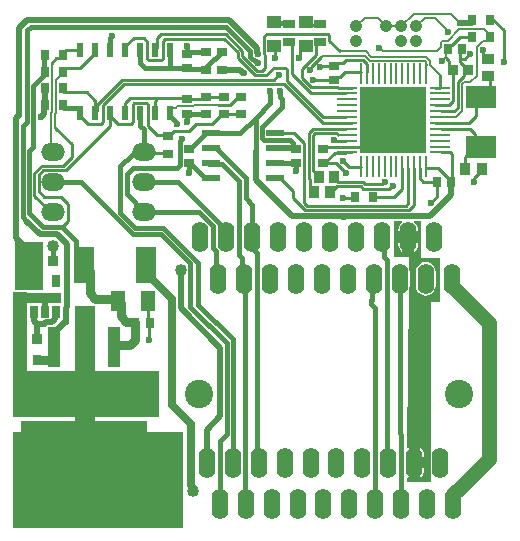
<source format=gtl>
G04*
G04 #@! TF.GenerationSoftware,Altium Limited,Altium Designer,21.0.8 (223)*
G04*
G04 Layer_Physical_Order=1*
G04 Layer_Color=255*
%FSLAX25Y25*%
%MOIN*%
G70*
G04*
G04 #@! TF.SameCoordinates,3B633D02-0EC4-4577-A0D3-F38BB98637A7*
G04*
G04*
G04 #@! TF.FilePolarity,Positive*
G04*
G01*
G75*
%ADD11C,0.01000*%
%ADD15O,0.03937X0.00984*%
%ADD16O,0.00984X0.03937*%
%ADD17R,0.22047X0.22047*%
%ADD18R,0.02559X0.03543*%
%ADD19R,0.03543X0.02953*%
%ADD20O,0.00984X0.06102*%
%ADD21O,0.06102X0.00984*%
%ADD22R,0.02953X0.03543*%
%ADD23R,0.10236X0.07480*%
%ADD24R,0.03543X0.04134*%
%ADD25R,0.03174X0.03379*%
%ADD26R,0.04134X0.03740*%
%ADD27R,0.03740X0.04134*%
%ADD28R,0.03543X0.02559*%
%ADD29R,0.04724X0.04331*%
%ADD30R,0.03937X0.03150*%
%ADD31R,0.06102X0.02362*%
%ADD32R,0.02598X0.03937*%
%ADD33R,0.07008X0.12402*%
%ADD34R,0.02284X0.04646*%
%ADD35R,0.04545X0.06717*%
%ADD36R,0.42126X0.33858*%
%ADD37R,0.03937X0.13386*%
%ADD65C,0.02000*%
%ADD66C,0.00800*%
%ADD67C,0.00500*%
%ADD68C,0.01500*%
%ADD69C,0.03000*%
%ADD70C,0.02500*%
%ADD71C,0.00700*%
%ADD72C,0.05000*%
%ADD73R,0.49000X0.15500*%
%ADD74R,0.04615X0.29200*%
%ADD75R,0.15707X0.03778*%
%ADD76R,0.09500X0.16000*%
%ADD77R,0.06500X0.44700*%
%ADD78R,0.56900X0.32100*%
%ADD79C,0.04134*%
%ADD80O,0.07874X0.05906*%
%ADD81O,0.05512X0.10236*%
%ADD82C,0.09449*%
%ADD83C,0.02362*%
%ADD84C,0.01968*%
%ADD85C,0.04000*%
%ADD86C,0.03937*%
G36*
X346300Y308800D02*
X352400D01*
Y294200D01*
X349400D01*
Y242946D01*
X349396Y242914D01*
Y238190D01*
X349400Y238158D01*
Y234200D01*
X341756D01*
X341404Y234555D01*
X341413Y235454D01*
X341916Y235699D01*
X342050Y235596D01*
Y240552D01*
Y245508D01*
X342021Y245485D01*
X341523Y245734D01*
X342083Y298091D01*
X342318Y298658D01*
X342430Y299508D01*
Y304232D01*
X342318Y305082D01*
X342162Y305459D01*
X342196Y308600D01*
X342200Y309000D01*
X342200Y309100D01*
X341740Y309100D01*
X337200D01*
Y321200D01*
X339886D01*
X340056Y320700D01*
X339580Y320334D01*
X339058Y319654D01*
X338730Y318862D01*
X338618Y318012D01*
Y317618D01*
X341902D01*
X345186D01*
Y318012D01*
X345074Y318862D01*
X344746Y319654D01*
X344224Y320334D01*
X343748Y320700D01*
X343918Y321200D01*
X346300D01*
Y308800D01*
D02*
G37*
%LPC*%
G36*
X345186Y313682D02*
X343871D01*
Y310694D01*
X344224Y310966D01*
X344746Y311646D01*
X345074Y312438D01*
X345186Y313288D01*
Y313682D01*
D02*
G37*
G36*
X339934D02*
X338618D01*
Y313288D01*
X338730Y312438D01*
X339058Y311646D01*
X339580Y310966D01*
X339934Y310694D01*
Y313682D01*
D02*
G37*
G36*
X347807Y307516D02*
X346957Y307404D01*
X346165Y307076D01*
X345485Y306554D01*
X344963Y305874D01*
X344635Y305082D01*
X344523Y304232D01*
Y299508D01*
X344635Y298658D01*
X344963Y297866D01*
X345485Y297186D01*
X346165Y296664D01*
X346957Y296336D01*
X347807Y296224D01*
X348657Y296336D01*
X349449Y296664D01*
X350129Y297186D01*
X350651Y297866D01*
X350979Y298658D01*
X351091Y299508D01*
Y304232D01*
X350979Y305082D01*
X350651Y305874D01*
X350129Y306554D01*
X349449Y307076D01*
X348657Y307404D01*
X347807Y307516D01*
D02*
G37*
G36*
X345987Y245508D02*
Y242520D01*
X347302D01*
Y242914D01*
X347190Y243764D01*
X346862Y244556D01*
X346340Y245236D01*
X345987Y245508D01*
D02*
G37*
G36*
X347302Y238583D02*
X345987D01*
Y235596D01*
X346340Y235868D01*
X346862Y236548D01*
X347190Y237340D01*
X347302Y238190D01*
Y238583D01*
D02*
G37*
%LPD*%
D11*
X362297Y376598D02*
X362665D01*
X359262Y375079D02*
X360777D01*
X362297Y376598D01*
X366938Y376424D02*
Y378129D01*
Y376424D02*
X368308Y375054D01*
X368500D01*
X326823Y374632D02*
X328173Y373281D01*
X321072Y374632D02*
X326823D01*
X320279Y373839D02*
X321072Y374632D01*
X315669Y381084D02*
X319152Y377600D01*
X315669Y381084D02*
Y382914D01*
X294793Y383500D02*
X315083D01*
X315669Y382914D01*
X279991Y362553D02*
X280455D01*
X258186Y362023D02*
X267802D01*
X310160Y368145D02*
X317292D01*
X306600Y368621D02*
X309621Y365600D01*
X306600Y368621D02*
Y371721D01*
X310153Y368153D02*
X310160Y368145D01*
X309621Y365600D02*
X318602D01*
X309508Y363592D02*
X321185D01*
X303139Y369961D02*
Y380061D01*
Y369961D02*
X309508Y363592D01*
X317292Y368145D02*
X317300Y368138D01*
X293938Y382645D02*
X294793Y383500D01*
X293938Y376687D02*
X294207Y376417D01*
Y372055D02*
Y376417D01*
X293938Y376687D02*
Y382645D01*
X293352Y371200D02*
X294207Y372055D01*
X290900Y369700D02*
X294559D01*
X291521Y371200D02*
X293352D01*
X294559Y369700D02*
X297059Y372200D01*
X300853D01*
X285100Y375500D02*
X290900Y369700D01*
X301439Y367888D02*
Y371614D01*
X300853Y372200D02*
X301439Y371614D01*
X297085Y368200D02*
X298481Y369597D01*
X298850D01*
X246600Y368200D02*
X297085D01*
X306600Y371721D02*
X311231Y376353D01*
Y379672D01*
X301439Y367888D02*
X313610Y355718D01*
X309513Y371550D02*
Y372513D01*
X312800Y375800D01*
X309252Y371289D02*
X309513Y371550D01*
X332701Y350403D02*
X337032Y354734D01*
X317418Y372685D02*
X318572Y373839D01*
X320279D01*
X328173Y370580D02*
Y373281D01*
X285100Y375500D02*
Y377279D01*
X286700Y376021D02*
Y377800D01*
Y376021D02*
X291521Y371200D01*
X302800Y380400D02*
X303139Y380061D01*
X313457Y353750D02*
X323252D01*
X247221Y366700D02*
X300506D01*
X313457Y353750D01*
X313610Y355718D02*
X321185D01*
X318642Y365561D02*
X323252D01*
X318602Y365600D02*
X318642Y365561D01*
X312770Y372685D02*
X317418D01*
X312592Y372508D02*
X312770Y372685D01*
X323461Y370580D02*
X326205D01*
X320718D02*
X323461D01*
X320284Y341084D02*
X322206Y339162D01*
X317288Y348100D02*
X317536Y347852D01*
X321177D01*
X352600Y365889D02*
Y369700D01*
X356929Y361006D02*
Y371240D01*
X355448Y372721D02*
X356929Y371240D01*
X356617Y335117D02*
Y343321D01*
X352878Y343907D02*
X356031D01*
X356617Y343321D01*
X356146Y334646D02*
X356617Y335117D01*
X351904Y338887D02*
X356362Y334429D01*
X347858Y338887D02*
X351904D01*
X304000Y350400D02*
X306704Y347696D01*
Y347621D02*
Y347696D01*
X240200Y359679D02*
X247221Y366700D01*
X255323Y287200D02*
Y294500D01*
Y287200D02*
X255591Y286933D01*
Y281591D02*
Y286933D01*
X255457Y281457D02*
X255591Y281591D01*
X320302Y328581D02*
X323468D01*
X323528Y328481D02*
X324247Y329201D01*
X323468Y328581D02*
X323528Y328521D01*
Y328481D02*
Y328521D01*
X313895Y340338D02*
X317946D01*
X313600D02*
X313895D01*
X303624Y328612D02*
X307507Y324729D01*
X308128Y326229D02*
X341196D01*
X307507Y324729D02*
X342183D01*
X317946Y340338D02*
X319497Y338787D01*
X319524D01*
X320129Y338181D01*
Y338084D02*
Y338181D01*
Y338084D02*
X321196Y337017D01*
X307272Y327086D02*
Y347053D01*
Y327086D02*
X308128Y326229D01*
X310272Y349695D02*
X310858Y350281D01*
X310236Y351781D02*
X321185D01*
X310272Y337766D02*
Y349695D01*
X309271Y332072D02*
X310542Y330800D01*
X310858Y350281D02*
X318173D01*
X309271Y332072D02*
Y334897D01*
X308772Y335396D02*
Y350317D01*
X310236Y351781D01*
X308772Y335396D02*
X309271Y334897D01*
X310272Y337766D02*
X312042Y335995D01*
Y335700D02*
Y335995D01*
X306704Y347621D02*
X307272Y347053D01*
X354538Y375247D02*
Y375784D01*
X355138Y378434D02*
Y378695D01*
X359333Y382533D02*
X363347D01*
X356472Y379672D02*
X359333Y382533D01*
X355138Y378695D02*
X356114Y379672D01*
X356472D01*
X349400Y327000D02*
X351638Y329238D01*
Y334134D01*
X366600Y338137D02*
Y338334D01*
X364006Y335543D02*
X366600Y338137D01*
X364006Y334461D02*
Y335543D01*
X363746Y334200D02*
X364006Y334461D01*
X342183Y324729D02*
X343900Y326446D01*
X341196Y326229D02*
X341953Y326986D01*
Y338887D01*
X303624Y328612D02*
Y331106D01*
X343900Y326446D02*
Y336323D01*
X317300Y368138D02*
X318276Y369114D01*
X319251D01*
X320718Y370580D01*
X318629Y334133D02*
X326773D01*
X333268Y333393D02*
X333949Y334074D01*
X326773Y334133D02*
X327514Y333393D01*
X326892Y331893D02*
X335658D01*
X317257Y331729D02*
X318161Y332633D01*
X326152D01*
X317115Y335647D02*
X318629Y334133D01*
X327514Y333393D02*
X333268D01*
X326152Y332633D02*
X326892Y331893D01*
X317257Y331434D02*
Y331729D01*
X337372Y329000D02*
X339984Y331612D01*
X331334Y329000D02*
X337372D01*
X339984Y331612D02*
Y338887D01*
X336454Y332690D02*
X336823D01*
X335658Y331893D02*
X336454Y332690D01*
X333949Y334074D02*
X334318D01*
X347850Y373131D02*
Y373289D01*
X321185Y345876D02*
X323252D01*
X313787D02*
X321185D01*
X322206Y339162D02*
X326197D01*
X321185Y343907D02*
X323252D01*
X317457Y343899D02*
X321177D01*
X313895Y340338D02*
X317457Y343899D01*
X321177Y347852D02*
X321185Y347844D01*
X313700Y341238D02*
X313995D01*
X313700Y345962D02*
X313787Y345876D01*
X343900Y336323D02*
X343921Y336344D01*
Y338887D01*
X352272Y365561D02*
X352600Y365889D01*
X350811Y365561D02*
X352272D01*
X369353Y389142D02*
X373819Y384676D01*
Y374200D02*
Y384676D01*
X299330Y335400D02*
X303624Y331106D01*
X369300Y365739D02*
Y370051D01*
X362183Y353750D02*
X364400Y355967D01*
X366060Y362498D02*
X369300Y365739D01*
X364400Y355967D02*
Y362498D01*
X366000D02*
X366060D01*
X354538Y375247D02*
X355448Y374337D01*
X358429Y358887D02*
Y367321D01*
X357229Y357687D02*
X358429Y358887D01*
X355579Y359655D02*
X356929Y361006D01*
X352878Y359655D02*
X355579D01*
X356362Y334134D02*
Y334429D01*
X345898Y335236D02*
Y338879D01*
Y335236D02*
X347000Y334134D01*
X351638D01*
X355448Y372721D02*
Y374337D01*
X359262Y373939D02*
X361465Y371737D01*
X359262Y375079D02*
Y378434D01*
Y373939D02*
Y375079D01*
X361465Y371634D02*
Y371737D01*
X360578Y370747D02*
X361465Y371634D01*
X360578Y369470D02*
Y370747D01*
X352878Y357687D02*
X357229D01*
X358429Y367321D02*
X360578Y369470D01*
X350811Y353750D02*
X362183D01*
X318173Y350281D02*
X318634Y349820D01*
X312306Y380747D02*
X312700D01*
X350811Y359655D02*
X352878D01*
X328173Y345876D02*
X332701Y350403D01*
X345890Y338887D02*
X345898Y338879D01*
X321177Y343899D02*
X321185Y343907D01*
X323252Y345876D02*
X328173D01*
X360891Y342294D02*
X364131Y345534D01*
X364400D01*
X360891Y338334D02*
Y342294D01*
X364360Y345574D02*
Y349917D01*
Y345574D02*
X364400Y345534D01*
X352878Y351781D02*
X362495D01*
X364360Y349917D01*
X369253Y388742D02*
Y389234D01*
X311231Y379672D02*
X312306Y380747D01*
X305519Y375381D02*
Y375750D01*
X305967Y376198D01*
Y377633D01*
X307400Y379066D01*
X238242Y359842D02*
X246600Y368200D01*
X308500Y387534D02*
X309581Y386453D01*
X313500D01*
X297497Y379066D02*
X297503Y379060D01*
Y375300D02*
Y379060D01*
X297460Y335400D02*
X299330D01*
X297460Y350400D02*
X304000D01*
X227279Y364028D02*
X234772D01*
X237600Y361200D01*
Y357200D02*
Y361200D01*
X274512Y362553D02*
X279991D01*
X273092Y361624D02*
X274020Y362553D01*
X274512D01*
X268200Y361624D02*
X273092D01*
X279991Y362089D02*
X280455Y362553D01*
X282508Y359600D02*
X285309Y362400D01*
X278400Y359600D02*
X282508D01*
X285309Y362400D02*
X285801D01*
X280455Y356647D02*
X286201D01*
X279790D02*
X280455D01*
X276441Y353298D02*
X279790Y356647D01*
X271302Y353298D02*
X276441D01*
X257787Y362023D02*
X258186D01*
X224606Y375406D02*
X226021D01*
Y376126D02*
X228039Y378145D01*
X226021Y375406D02*
Y376126D01*
X223100Y373900D02*
X224606Y375406D01*
X262492Y349406D02*
X263272Y350185D01*
Y350414D02*
X263858Y351000D01*
X262000Y349406D02*
X262492D01*
X269003Y351000D02*
X271302Y353298D01*
X263858Y351000D02*
X269003D01*
X263272Y350185D02*
Y350414D01*
X255200Y352675D02*
X258200Y349675D01*
X261731D02*
X262000Y349406D01*
X258200Y349675D02*
X261731D01*
X254077Y343744D02*
X261756D01*
X262000Y343500D01*
X253833Y343988D02*
X254077Y343744D01*
X267802Y362023D02*
X268200Y361624D01*
X250686Y360523D02*
X254614D01*
X255200Y352675D02*
Y359937D01*
X254614Y360523D02*
X255200Y359937D01*
X245105Y353514D02*
X249514D01*
X250100Y354100D01*
Y359937D01*
X250686Y360523D01*
X242600Y355800D02*
X242819D01*
X242600Y352700D02*
Y355800D01*
X242819D02*
X245105Y353514D01*
X247600Y360470D02*
X249153Y362023D01*
X257787D02*
X258186Y361624D01*
X249153Y362023D02*
X257787D01*
X260800Y381700D02*
X280679D01*
X259500Y383400D02*
X281100D01*
X286700Y377800D01*
X280679Y381700D02*
X285100Y377279D01*
X258242Y378786D02*
Y382142D01*
X259500Y383400D01*
X257600Y378145D02*
X258242Y378786D01*
X260200Y375186D02*
Y381100D01*
X260800Y381700D01*
X259614Y374600D02*
X260200Y375186D01*
X255586Y374600D02*
X259614D01*
X255000Y375186D02*
Y380900D01*
Y375186D02*
X255586Y374600D01*
X250374Y382100D02*
X253800D01*
X255000Y380900D01*
X247600Y378145D02*
Y379326D01*
X250374Y382100D01*
X238242Y357842D02*
Y359842D01*
X226500Y364808D02*
X227279Y364028D01*
X237600Y357200D02*
X238242Y357842D01*
X240200Y353986D02*
Y359679D01*
X239614Y353400D02*
X240200Y353986D01*
X232600Y356019D02*
X235219Y353400D01*
X239614D01*
X232600Y356019D02*
Y357200D01*
X217263Y329487D02*
Y337000D01*
X219400Y339453D02*
X226943D01*
X218763Y330937D02*
Y336379D01*
X217263Y337000D02*
X219400Y339137D01*
X220337Y337953D02*
X227853D01*
X218763Y336379D02*
X220337Y337953D01*
X219400Y339137D02*
Y339453D01*
X227853Y337953D02*
X242600Y352700D01*
X226943Y339453D02*
X229900Y342410D01*
X218763Y330937D02*
X220500Y329200D01*
X226100D01*
X229900Y342410D02*
Y346600D01*
X226100Y329200D02*
X228637Y326663D01*
Y320937D02*
Y326663D01*
X226700Y319000D02*
X228637Y320937D01*
X217263Y329487D02*
X222750Y324000D01*
X223700D01*
X224300Y352200D02*
X229900Y346600D01*
X223100Y344600D02*
X223700Y344000D01*
X247600Y357200D02*
Y360470D01*
X257600Y357200D02*
Y361039D01*
X258186Y361624D01*
X226653Y371192D02*
X227432Y371971D01*
X237600Y376964D02*
Y378145D01*
X232607Y371971D02*
X237600Y376964D01*
X227432Y371971D02*
X232607D01*
X228039Y378145D02*
X232600D01*
X217776Y306611D02*
X218600Y307800D01*
X217776Y306603D02*
Y306611D01*
X217160Y304221D02*
X217160Y304111D01*
D15*
X350811Y343907D02*
D03*
Y345876D02*
D03*
Y347844D02*
D03*
Y349813D02*
D03*
Y351781D02*
D03*
Y353750D02*
D03*
Y355718D02*
D03*
Y357687D02*
D03*
Y359655D02*
D03*
Y361624D02*
D03*
Y363592D02*
D03*
Y365561D02*
D03*
X323252D02*
D03*
Y363592D02*
D03*
Y361624D02*
D03*
Y359655D02*
D03*
Y357687D02*
D03*
Y355718D02*
D03*
Y353750D02*
D03*
Y351781D02*
D03*
Y349813D02*
D03*
Y347844D02*
D03*
Y345876D02*
D03*
Y343907D02*
D03*
D16*
X347858Y368513D02*
D03*
X345890D02*
D03*
X343921D02*
D03*
X341953D02*
D03*
X339984D02*
D03*
X338016D02*
D03*
X336047D02*
D03*
X334079D02*
D03*
X332110D02*
D03*
X330142D02*
D03*
X328173D02*
D03*
X326205D02*
D03*
Y340954D02*
D03*
X328173D02*
D03*
X330142D02*
D03*
X332110D02*
D03*
X334079D02*
D03*
X336047D02*
D03*
X338016D02*
D03*
X339984D02*
D03*
X341953D02*
D03*
X343921D02*
D03*
X345890D02*
D03*
X347858D02*
D03*
D17*
X337032Y354734D02*
D03*
D18*
X369253Y382533D02*
D03*
X363347D02*
D03*
Y387933D02*
D03*
X369253D02*
D03*
X226800Y359600D02*
D03*
X220895D02*
D03*
X226800Y365300D02*
D03*
X220895D02*
D03*
X226800Y370699D02*
D03*
X220895D02*
D03*
X226800Y376266D02*
D03*
X220895D02*
D03*
X330153Y329001D02*
D03*
X324247D02*
D03*
D19*
X313600Y340338D02*
D03*
Y345062D02*
D03*
X317300Y368138D02*
D03*
Y372862D02*
D03*
X304500Y340438D02*
D03*
Y345162D02*
D03*
X268900Y340438D02*
D03*
Y345162D02*
D03*
X268200Y376662D02*
D03*
Y371938D02*
D03*
Y356900D02*
D03*
Y361624D02*
D03*
D20*
X347858Y338887D02*
D03*
X345890D02*
D03*
X343921D02*
D03*
X341953D02*
D03*
X339984D02*
D03*
X338016D02*
D03*
X336047D02*
D03*
X334079D02*
D03*
X332110D02*
D03*
X330142D02*
D03*
X328173D02*
D03*
X326205D02*
D03*
Y370580D02*
D03*
X328173D02*
D03*
X330142D02*
D03*
X332110D02*
D03*
X334079D02*
D03*
X336047D02*
D03*
X338016D02*
D03*
X339984D02*
D03*
X341953D02*
D03*
X343921D02*
D03*
X345890D02*
D03*
X347858D02*
D03*
D21*
X321185Y343907D02*
D03*
Y345876D02*
D03*
Y347844D02*
D03*
Y349813D02*
D03*
Y351781D02*
D03*
Y353750D02*
D03*
Y355718D02*
D03*
Y357687D02*
D03*
Y359655D02*
D03*
Y361624D02*
D03*
Y363592D02*
D03*
Y365561D02*
D03*
X352878D02*
D03*
Y363592D02*
D03*
Y361624D02*
D03*
Y359655D02*
D03*
Y357687D02*
D03*
Y355718D02*
D03*
Y353750D02*
D03*
Y351781D02*
D03*
Y349813D02*
D03*
Y347844D02*
D03*
Y345876D02*
D03*
Y343907D02*
D03*
D22*
X356362Y334134D02*
D03*
X351638D02*
D03*
X355138Y378400D02*
D03*
X359862D02*
D03*
X255724Y287200D02*
D03*
X251000D02*
D03*
X213438Y274800D02*
D03*
X218162D02*
D03*
D23*
X366100Y362498D02*
D03*
Y345569D02*
D03*
D24*
X312042Y335700D02*
D03*
X317357D02*
D03*
X310542Y330800D02*
D03*
X315858D02*
D03*
D25*
X356929Y371240D02*
D03*
X361859D02*
D03*
X223530Y307800D02*
D03*
X218600D02*
D03*
X213335Y281600D02*
D03*
X218265D02*
D03*
D26*
X368500Y375054D02*
D03*
Y369346D02*
D03*
D27*
X366600Y338334D02*
D03*
X360891D02*
D03*
D28*
X280455Y356647D02*
D03*
Y362553D02*
D03*
X274512D02*
D03*
Y356647D02*
D03*
X274401Y371447D02*
D03*
Y377353D02*
D03*
X286201Y356647D02*
D03*
Y362553D02*
D03*
X279901Y371547D02*
D03*
Y377453D02*
D03*
X262000Y349406D02*
D03*
Y343500D02*
D03*
D29*
X307829Y379266D02*
D03*
Y387534D02*
D03*
X297300Y379266D02*
D03*
Y387534D02*
D03*
D30*
X312700Y386653D02*
D03*
Y380747D02*
D03*
X302171Y386653D02*
D03*
Y380747D02*
D03*
D31*
X276200Y335400D02*
D03*
X297460Y340400D02*
D03*
X276200Y350400D02*
D03*
X297460Y335400D02*
D03*
Y345400D02*
D03*
Y350400D02*
D03*
X276200Y345400D02*
D03*
Y340400D02*
D03*
D32*
X217160Y301018D02*
D03*
X224640D02*
D03*
Y290782D02*
D03*
X220900D02*
D03*
X217160D02*
D03*
D33*
X233905Y306300D02*
D03*
X254495D02*
D03*
D34*
X232600Y357200D02*
D03*
X237600D02*
D03*
X242600D02*
D03*
X247600D02*
D03*
X252600D02*
D03*
X257600D02*
D03*
X262600D02*
D03*
Y378145D02*
D03*
X257600D02*
D03*
X252600D02*
D03*
X247600D02*
D03*
X242600D02*
D03*
X237600D02*
D03*
X232600D02*
D03*
D35*
X245277Y294500D02*
D03*
X255323D02*
D03*
D36*
X234000Y237352D02*
D03*
D37*
Y279084D02*
D03*
X244000D02*
D03*
X224000D02*
D03*
D65*
X217776Y306603D02*
G03*
X217160Y304221I4301J-2382D01*
G01*
X224787Y316626D02*
X228100Y313313D01*
Y292350D02*
Y313313D01*
X227899Y292149D02*
X228100Y292350D01*
X227899Y287361D02*
Y292149D01*
X212143Y385489D02*
X214762Y388108D01*
X211263Y315240D02*
Y355418D01*
X212143Y356297D02*
Y385489D01*
X211263Y355418D02*
X212143Y356297D01*
X266086Y291914D02*
X279138Y278862D01*
X266086Y291914D02*
Y304797D01*
X320400Y322729D02*
X349329D01*
X303271D02*
X320400D01*
X285870Y371547D02*
X287036Y370381D01*
X287134D01*
X279901Y371547D02*
X285870D01*
X282330Y388108D02*
X291687Y378751D01*
Y376947D02*
Y378751D01*
Y376947D02*
X291757Y376878D01*
X291159Y334841D02*
Y344441D01*
Y334841D02*
X303271Y322729D01*
X297579Y345281D02*
X303478D01*
X304481D01*
X359300Y387100D02*
X359369Y387169D01*
X363068D02*
X363347Y387449D01*
X359369Y387169D02*
X363068D01*
X363347Y387449D02*
Y387933D01*
X220900Y290782D02*
Y294522D01*
X356362Y329762D02*
Y334134D01*
X349329Y322729D02*
X356362Y329762D01*
X214762Y388108D02*
X282330D01*
X219500Y355717D02*
X220615Y356832D01*
Y359320D01*
X219500Y355619D02*
Y355717D01*
X221312Y287313D02*
X223121D01*
X224341Y288534D01*
Y290483D02*
X224640Y290782D01*
X224341Y288534D02*
Y290483D01*
X220634Y286635D02*
X221312Y287313D01*
X220536Y286635D02*
X220634D01*
X218265D02*
X220634D01*
X227830Y287292D02*
X227899Y287361D01*
X227484Y287292D02*
X227830D01*
X224000Y283809D02*
X227484Y287292D01*
X224000Y279084D02*
Y283809D01*
X217300Y287600D02*
Y290642D01*
X217160Y290782D02*
X217300Y290642D01*
X218265Y281600D02*
Y286635D01*
X217300Y287600D02*
X218265Y286635D01*
X211263Y315240D02*
X218600Y307903D01*
X220615Y359320D02*
X220895Y359600D01*
Y365300D01*
X297460Y345400D02*
X297579Y345281D01*
X219287Y316626D02*
X224787D01*
X214687Y321226D02*
X219287Y316626D01*
X279138Y255938D02*
Y278862D01*
X274727Y240552D02*
Y251527D01*
X279138Y255938D01*
X217160Y301018D02*
Y304111D01*
X218600Y307800D02*
Y307903D01*
D66*
X364857Y369545D02*
Y378991D01*
X362550Y367239D02*
X364857Y369545D01*
X319152Y377600D02*
X327830D01*
X312900Y375900D02*
X313100Y376100D01*
X327830Y377600D02*
X329599Y375832D01*
X313100Y376100D02*
X327492D01*
X312800Y375800D02*
X312900Y375900D01*
X327492Y376100D02*
X329060Y374532D01*
X354269Y375516D02*
X354538Y375784D01*
X347858Y370580D02*
Y373131D01*
Y374063D01*
X332619Y378589D02*
X333508Y377700D01*
X332200Y378589D02*
X332619D01*
X353110Y374357D02*
X354269Y375516D01*
X349250Y373050D02*
Y374509D01*
X347928Y375832D02*
X349250Y374509D01*
X329599Y375832D02*
X347928D01*
X349250Y373050D02*
X352600Y369700D01*
X347390Y374532D02*
X347858Y374063D01*
X329060Y374532D02*
X347390D01*
X350844Y388862D02*
X355200Y384506D01*
Y384179D02*
Y384506D01*
X347462Y388862D02*
X350844D01*
X344700Y386100D02*
X347462Y388862D01*
X356238Y390162D02*
X359300Y387100D01*
X343762Y390162D02*
X356238D01*
X339700Y386100D02*
X343762Y390162D01*
X331938Y388862D02*
X334700Y386100D01*
X327462Y388862D02*
X331938D01*
X324700Y386100D02*
X327462Y388862D01*
X334700Y386100D02*
X339700D01*
X354538Y375784D02*
Y377505D01*
X352761Y378967D02*
Y380544D01*
X351495Y377700D02*
X352761Y378967D01*
X333508Y377700D02*
X351495D01*
X361509Y385019D02*
X361695Y385205D01*
X359028Y385019D02*
X361509D01*
X361695Y385205D02*
X367073D01*
X355081Y381072D02*
X359028Y385019D01*
X367073Y385205D02*
X369253Y383025D01*
X353289Y381072D02*
X355081D01*
X352761Y380544D02*
X353289Y381072D01*
X364857Y378991D02*
X367027Y381162D01*
X360568Y367239D02*
X362550D01*
X359982Y366653D02*
X360568Y367239D01*
X359982Y357751D02*
Y366653D01*
X367027Y381162D02*
X368373D01*
X368863Y381651D02*
Y381851D01*
X368373Y381162D02*
X368863Y381651D01*
X369253Y382533D02*
Y383025D01*
X352878Y355718D02*
X357949D01*
X359982Y357751D01*
X223100Y357482D02*
Y373900D01*
X222900Y357281D02*
X223100Y357482D01*
X224621Y357164D02*
Y368028D01*
X226653Y370060D01*
X224300Y356843D02*
X224621Y357164D01*
X226653Y370060D02*
Y371192D01*
X222900Y344800D02*
Y357281D01*
X224300Y352200D02*
Y356843D01*
X222900Y344800D02*
X223100Y344600D01*
D67*
X252400Y235000D02*
X258900D01*
X263500D01*
X232499Y235851D02*
X234000Y237352D01*
X258900Y235000D02*
X263500D01*
X250100D02*
X250900Y234200D01*
X245525Y241975D02*
X251550Y248000D01*
X250100Y235000D02*
X251400D01*
X258900D01*
X232499Y235851D02*
X234000Y237352D01*
X229789Y233141D02*
X234000Y237352D01*
X213250Y274700D02*
Y280500D01*
Y268700D02*
Y280500D01*
X247731Y268000D02*
X251531Y264200D01*
X252050D01*
X251600Y264650D02*
X252050Y264200D01*
X251600Y264650D02*
Y268000D01*
X246750Y267822D02*
X247553D01*
X247731Y268000D01*
X218903Y268522D02*
X219081Y268700D01*
X218100Y268522D02*
X218903D01*
X222950Y265350D02*
Y268700D01*
Y265350D02*
X223400Y264900D01*
X252400Y235000D02*
X263500D01*
X245525Y241975D02*
X251550Y248000D01*
X232499Y235851D02*
X234000Y237352D01*
X258900Y235000D02*
X263500D01*
X250100D02*
X250900Y234200D01*
X238550Y235000D02*
X251400D01*
X229789Y233141D02*
X234000Y237352D01*
X222881Y264900D02*
X223400D01*
X213050Y280700D02*
X213250Y280500D01*
X219081Y268700D02*
X222881Y264900D01*
X254813Y228000D02*
X258300D01*
X263500Y222800D01*
X252400Y233900D02*
Y234900D01*
X251400D02*
X252400Y233900D01*
X258200Y228100D01*
X240902Y237352D02*
X247748D01*
X251200Y234900D02*
X251400Y234700D01*
X263500Y229200D02*
Y230300D01*
X258900Y234900D02*
X263500Y230300D01*
X251550Y248000D02*
X263500D01*
X240902Y237352D02*
X251550Y248000D01*
X238450Y234900D02*
X240902Y237352D01*
X258200Y226900D02*
Y228100D01*
X252400Y230413D02*
Y233900D01*
X234000Y237352D02*
X240902D01*
X238450Y234900D02*
X238550Y235000D01*
X252400Y230413D02*
X254813Y228000D01*
X223548Y226900D02*
X234000Y237352D01*
X247748D02*
X250900Y234200D01*
X234000Y237352D02*
X237451Y233901D01*
X254813Y226900D02*
X258200D01*
X250900Y230813D02*
Y234200D01*
X230550Y227000D02*
X237451Y233901D01*
X238450Y234900D01*
X240450Y226900D02*
Y230902D01*
X237451Y233901D02*
X240450Y230902D01*
X250900Y230813D02*
X254813Y226900D01*
X222700D02*
X223548D01*
X222115Y225282D02*
X238865D01*
X229948Y232981D02*
X234000D01*
X224300Y243000D02*
X229948Y237352D01*
X234000D02*
X239648Y243000D01*
X244500D01*
D68*
X213437Y280700D02*
Y281499D01*
X250900Y318900D02*
X260228D01*
X223700Y334000D02*
X232972D01*
X245900Y323900D02*
X250900Y318900D01*
X245900Y323900D02*
Y339300D01*
X232972Y334000D02*
X250172Y316800D01*
X259500D01*
X245900Y339300D02*
X249745Y343145D01*
X265800Y339779D02*
Y347667D01*
X250300Y338900D02*
X264921D01*
X248100Y336700D02*
X250300Y338900D01*
X264921D02*
X265800Y339779D01*
X276200Y350400D02*
X286000D01*
X291109Y355509D01*
X291059Y355559D02*
X295900Y360400D01*
Y364519D01*
X299234Y362404D02*
Y364354D01*
X299069Y364519D02*
X299234Y364354D01*
Y362404D02*
X299800Y361838D01*
Y359000D02*
Y361838D01*
X290750Y374447D02*
X291126D01*
X291793Y373780D02*
X292026D01*
X291126Y374447D02*
X291793Y373780D01*
X289326Y375871D02*
Y377674D01*
X291159Y344441D02*
Y355459D01*
X289326Y375871D02*
X290750Y374447D01*
X281150Y385850D02*
X289326Y377674D01*
X293159Y352359D02*
X299800Y359000D01*
X293891Y347969D02*
X302600D01*
X303478Y347090D01*
Y345889D02*
X304205Y345162D01*
X293159Y348701D02*
Y352359D01*
X304205Y345162D02*
X304500D01*
X303478Y345889D02*
Y347090D01*
X293159Y348701D02*
X293891Y347969D01*
X304511Y337593D02*
X304523Y337581D01*
X304511Y337593D02*
Y340389D01*
X304481Y340419D02*
X304511Y340389D01*
X220292Y295239D02*
X220292Y295239D01*
X214727Y295239D02*
X220292D01*
X213438Y281500D02*
Y293950D01*
X214727Y295239D01*
X213437Y274701D02*
Y281499D01*
X213438Y281500D01*
X296449Y340419D02*
X304481D01*
X298014Y387020D02*
X302080D01*
X302200Y386900D01*
X297700Y387334D02*
X298014Y387020D01*
X234050Y279134D02*
Y289750D01*
X234300Y290000D01*
X234000Y279084D02*
X234050Y279134D01*
X289933Y312202D02*
Y326516D01*
X287800Y328649D02*
X289933Y326516D01*
X287800Y328649D02*
Y335300D01*
X278501Y344599D02*
X287800Y335300D01*
X278501Y344599D02*
Y344969D01*
X278070Y345400D02*
X278501Y344969D01*
X276200Y345400D02*
X278070D01*
X286409Y302638D02*
X287448Y301599D01*
X285500Y309700D02*
X286409Y308790D01*
X285500Y309700D02*
Y334300D01*
X286409Y302638D02*
Y308790D01*
X279800Y340000D02*
X285500Y334300D01*
X252990Y343145D02*
X253833Y343988D01*
X249745Y343145D02*
X252990D01*
X268200Y356900D02*
X273491D01*
X273798Y356593D01*
Y356494D02*
Y356593D01*
X268850Y340388D02*
X268900Y340438D01*
X268850Y337250D02*
Y340388D01*
X268800Y337200D02*
X268850Y337250D01*
X266400Y348267D02*
Y348500D01*
X265800Y347667D02*
X266400Y348267D01*
X262600Y356019D02*
X264635Y353984D01*
Y353665D02*
Y353984D01*
Y353665D02*
X264800Y353500D01*
X268096Y353963D02*
X268148Y354015D01*
Y356848D02*
X268200Y356900D01*
X268148Y354015D02*
Y356848D01*
X262600Y356019D02*
Y357200D01*
X215513Y344256D02*
X216900Y345643D01*
X215513Y323687D02*
Y344256D01*
Y323687D02*
X220200Y319000D01*
X216900Y366213D02*
X220747Y370060D01*
X214900Y354093D02*
Y384650D01*
X216900Y345643D02*
Y366213D01*
X214900Y384650D02*
X216100Y385850D01*
X213513Y352706D02*
X214900Y354093D01*
X220747Y370060D02*
Y370699D01*
X213513Y322399D02*
X214687Y321226D01*
X213513Y322399D02*
Y352706D01*
X302609Y386990D02*
X303200Y386400D01*
X269195Y340438D02*
X273802Y335831D01*
X274739D01*
X268900Y340438D02*
X269195D01*
Y345162D02*
X273899Y349866D01*
Y349969D01*
X268900Y345162D02*
X269195D01*
X273899Y349969D02*
X274330Y350400D01*
X276200D01*
X275570Y340000D02*
X279800D01*
X268100Y376662D02*
Y379419D01*
X268400Y377306D02*
X274005D01*
X268100Y376662D02*
X268200D01*
X268400Y376762D02*
Y377306D01*
X216100Y385850D02*
X281150D01*
X242600Y378145D02*
Y382200D01*
X243100Y382700D01*
Y382900D01*
X227329Y358773D02*
X232208D01*
X232600Y358381D01*
X226800Y359302D02*
Y359600D01*
Y359302D02*
X227329Y358773D01*
X232600Y357200D02*
Y358381D01*
X252700Y373700D02*
Y378045D01*
X262600Y372038D02*
Y378145D01*
Y372038D02*
X268400D01*
X254362D02*
X262600D01*
X252700Y373700D02*
X254362Y372038D01*
X268719Y371719D02*
X273687D01*
X268400Y372038D02*
X268719Y371719D01*
X273687D02*
X274005Y371400D01*
X275027Y372624D02*
X279709Y377306D01*
X274498Y371400D02*
X275027Y371930D01*
X274005Y371400D02*
X274498D01*
X279709Y377306D02*
X280201D01*
X275027Y371930D02*
Y372624D01*
X220500Y370699D02*
Y375552D01*
X279058Y247858D02*
X281388Y250188D01*
Y280412D01*
X279058Y226772D02*
Y247858D01*
X269336Y292464D02*
X281388Y280412D01*
X269336Y292464D02*
Y306964D01*
X252600Y378145D02*
X252700Y378045D01*
X220500Y375552D02*
X220547Y375599D01*
X220200Y319000D02*
X226700D01*
X231151Y309054D02*
Y314549D01*
X226700Y319000D02*
X231151Y314549D01*
Y309054D02*
X233905Y306300D01*
X223465Y307865D02*
X223530Y307800D01*
X223400Y312800D02*
X223465Y312735D01*
Y307865D02*
Y312735D01*
X248100Y329928D02*
Y336700D01*
X276900Y311995D02*
Y319389D01*
X272300Y323988D02*
X276900Y319389D01*
Y311995D02*
X277748Y311146D01*
X272000Y293200D02*
Y307128D01*
Y293200D02*
X283388Y281812D01*
Y240552D02*
Y281812D01*
X334800Y241109D02*
Y308200D01*
X331026Y226772D02*
Y291974D01*
X334008Y308992D02*
X334800Y308200D01*
X339146Y250254D02*
X339688Y249712D01*
X329700Y293300D02*
X331026Y291974D01*
X339146Y250254D02*
Y301870D01*
X334008Y308992D02*
Y314882D01*
X334800Y241109D02*
X335357Y240552D01*
X329717Y294655D02*
Y298900D01*
X329700Y293300D02*
Y294637D01*
X329717Y294655D01*
X339688Y226772D02*
Y249712D01*
X330485Y298915D02*
Y301870D01*
Y298915D02*
X330500Y298900D01*
X333240Y315650D02*
X334008Y314882D01*
X274739Y335831D02*
X275170Y335400D01*
Y340400D02*
X275570Y340000D01*
X289933Y312202D02*
X291600Y310535D01*
Y241002D02*
Y310535D01*
Y241002D02*
X292050Y240552D01*
X287448Y227043D02*
X287719Y226772D01*
X287448Y227043D02*
Y301599D01*
X259500Y316800D02*
X269336Y306964D01*
X252600Y357200D02*
X252700Y357100D01*
Y352700D02*
Y357100D01*
Y352700D02*
X253833Y351568D01*
Y343988D02*
Y351568D01*
X248100Y329928D02*
X253833Y324196D01*
Y323988D02*
Y324196D01*
X260228Y318900D02*
X272000Y307128D01*
X277748Y302638D02*
X278516Y301870D01*
X277748Y302638D02*
Y311146D01*
X253833Y323988D02*
X272300D01*
X265296Y333988D02*
X281272Y318012D01*
X253833Y333988D02*
X265296D01*
X281272Y315650D02*
Y318012D01*
X213435Y274700D02*
X213437Y274701D01*
D69*
X247830Y287472D02*
X250976D01*
X251000Y287448D01*
X246049Y289253D02*
Y293727D01*
Y289253D02*
X247830Y287472D01*
X251000Y287200D02*
Y287448D01*
Y281557D02*
Y287448D01*
X244577Y295200D02*
X246049Y293727D01*
X235789Y296957D02*
Y304415D01*
Y296957D02*
X237547Y295200D01*
X244577D01*
X233905Y306300D02*
X235789Y304415D01*
X244468Y279800D02*
X249243D01*
X244468Y279553D02*
Y279800D01*
X249243D02*
X251000Y281557D01*
X244000Y279084D02*
X244468Y279553D01*
X224000Y275168D02*
Y279084D01*
X223532Y274700D02*
X224000Y275168D01*
X218365Y274700D02*
X223532D01*
D70*
X263100Y259800D02*
X269400Y253500D01*
X263100Y259800D02*
Y294998D01*
X254495Y303603D02*
X263100Y294998D01*
X269813Y231487D02*
X270100Y231200D01*
X269400Y232961D02*
X269813Y232548D01*
X269400Y232961D02*
Y253500D01*
X269813Y231487D02*
Y232548D01*
X254495Y303603D02*
Y306300D01*
D71*
X262600Y357989D02*
X263392Y358781D01*
X264898Y359298D02*
X270324D01*
X262600Y357200D02*
Y357989D01*
X264382Y358781D02*
X264898Y359298D01*
X263392Y358781D02*
X264382D01*
X270626Y359600D02*
X278400D01*
X270324Y359298D02*
X270626Y359600D01*
D72*
X356469Y299508D02*
X368800Y287177D01*
X359500Y232500D02*
X368800Y241800D01*
Y287177D01*
X356469Y299508D02*
Y301870D01*
X359500Y232439D02*
Y232500D01*
X357011Y229949D02*
X359500Y232439D01*
X357011Y226772D02*
Y229949D01*
D73*
X234500Y263250D02*
D03*
D74*
X212407Y282800D02*
D03*
D75*
X218553Y295389D02*
D03*
D76*
X215450Y306100D02*
D03*
D77*
X234150Y270550D02*
D03*
D78*
X238450Y234750D02*
D03*
D79*
X344700Y386100D02*
D03*
X339700D02*
D03*
X344700Y381100D02*
D03*
X339700D02*
D03*
X334700Y386100D02*
D03*
X324700D02*
D03*
Y381100D02*
D03*
D80*
X223700Y324000D02*
D03*
Y334000D02*
D03*
Y344000D02*
D03*
X253833Y323988D02*
D03*
Y333988D02*
D03*
Y343988D02*
D03*
D81*
X356469Y301870D02*
D03*
X347807D02*
D03*
X339146D02*
D03*
X330485D02*
D03*
X321823D02*
D03*
X313162D02*
D03*
X304500D02*
D03*
X295839D02*
D03*
X287177D02*
D03*
X278516D02*
D03*
X298595Y315650D02*
D03*
X324579D02*
D03*
X272611D02*
D03*
X281272D02*
D03*
X289933D02*
D03*
X307256D02*
D03*
X315918D02*
D03*
X333240D02*
D03*
X341902D02*
D03*
X350563D02*
D03*
X279058Y226772D02*
D03*
X287719D02*
D03*
X296381D02*
D03*
X305042D02*
D03*
X313703D02*
D03*
X322365D02*
D03*
X331026D02*
D03*
X339688D02*
D03*
X348349D02*
D03*
X357011D02*
D03*
X274727Y240552D02*
D03*
X283388D02*
D03*
X292050D02*
D03*
X300711D02*
D03*
X309373D02*
D03*
X318034D02*
D03*
X326696D02*
D03*
X335357D02*
D03*
X344018D02*
D03*
X352680D02*
D03*
D82*
X358979Y263387D02*
D03*
X272365D02*
D03*
D83*
X366938Y378129D02*
D03*
X362665Y376598D02*
D03*
X212143Y356395D02*
D03*
X310153Y368153D02*
D03*
X299069Y364519D02*
D03*
X292026Y373780D02*
D03*
X298850Y369597D02*
D03*
X309252Y371289D02*
D03*
X332200Y378589D02*
D03*
X295900Y364519D02*
D03*
X287134Y370381D02*
D03*
X291757Y376878D02*
D03*
X312592Y372508D02*
D03*
X320284Y341084D02*
D03*
X317288Y348100D02*
D03*
X255457Y281457D02*
D03*
X320302Y328581D02*
D03*
X320400Y322548D02*
D03*
X321196Y337017D02*
D03*
X304523Y337581D02*
D03*
X355200Y384179D02*
D03*
X353110Y374357D02*
D03*
X359300Y387100D02*
D03*
X349400Y327000D02*
D03*
X363746Y334200D02*
D03*
X336823Y332690D02*
D03*
X334318Y334074D02*
D03*
X373819Y374200D02*
D03*
X305519Y375381D02*
D03*
X243750Y264000D02*
D03*
X245850Y260200D02*
D03*
X249000Y264000D02*
D03*
X251350Y260200D02*
D03*
X254250Y264000D02*
D03*
X256850Y260200D02*
D03*
X241900Y268000D02*
D03*
X251600D02*
D03*
X246750Y267822D02*
D03*
X219500Y355619D02*
D03*
X212365Y295335D02*
D03*
X218100Y268522D02*
D03*
X222950Y268700D02*
D03*
X220536Y286635D02*
D03*
X227899Y287361D02*
D03*
X297503Y375300D02*
D03*
X213250Y268700D02*
D03*
X228200Y260900D02*
D03*
X225600Y264700D02*
D03*
X222700Y260900D02*
D03*
X220350Y264700D02*
D03*
X217200Y260900D02*
D03*
X215100Y264700D02*
D03*
X268800Y337200D02*
D03*
X266400Y348500D02*
D03*
X264800Y353500D02*
D03*
X268096Y353963D02*
D03*
X268100Y379419D02*
D03*
X243100Y382900D02*
D03*
D84*
X345693Y346072D02*
D03*
X341362D02*
D03*
X337032D02*
D03*
X332701D02*
D03*
X328370D02*
D03*
X345693Y350403D02*
D03*
X341362D02*
D03*
X337032D02*
D03*
X332701D02*
D03*
X328370D02*
D03*
X345693Y354734D02*
D03*
X341362D02*
D03*
X337032D02*
D03*
X332701D02*
D03*
X328370D02*
D03*
X345693Y359065D02*
D03*
X341362D02*
D03*
X337032D02*
D03*
X332701D02*
D03*
X328370D02*
D03*
X345693Y363395D02*
D03*
X341362D02*
D03*
X337032D02*
D03*
X332701D02*
D03*
X328370D02*
D03*
D85*
X266086Y304797D02*
D03*
X234300Y290000D02*
D03*
X270100Y231200D02*
D03*
X223400Y312800D02*
D03*
D86*
X263500Y229200D02*
D03*
Y222800D02*
D03*
Y248000D02*
D03*
Y235000D02*
D03*
X258200Y226900D02*
D03*
X240450D02*
D03*
X222700D02*
D03*
X251400Y234700D02*
D03*
X233650D02*
D03*
Y250800D02*
D03*
X215900Y234700D02*
D03*
Y250800D02*
D03*
X244500Y243000D02*
D03*
X224300D02*
D03*
X251400Y250800D02*
D03*
M02*

</source>
